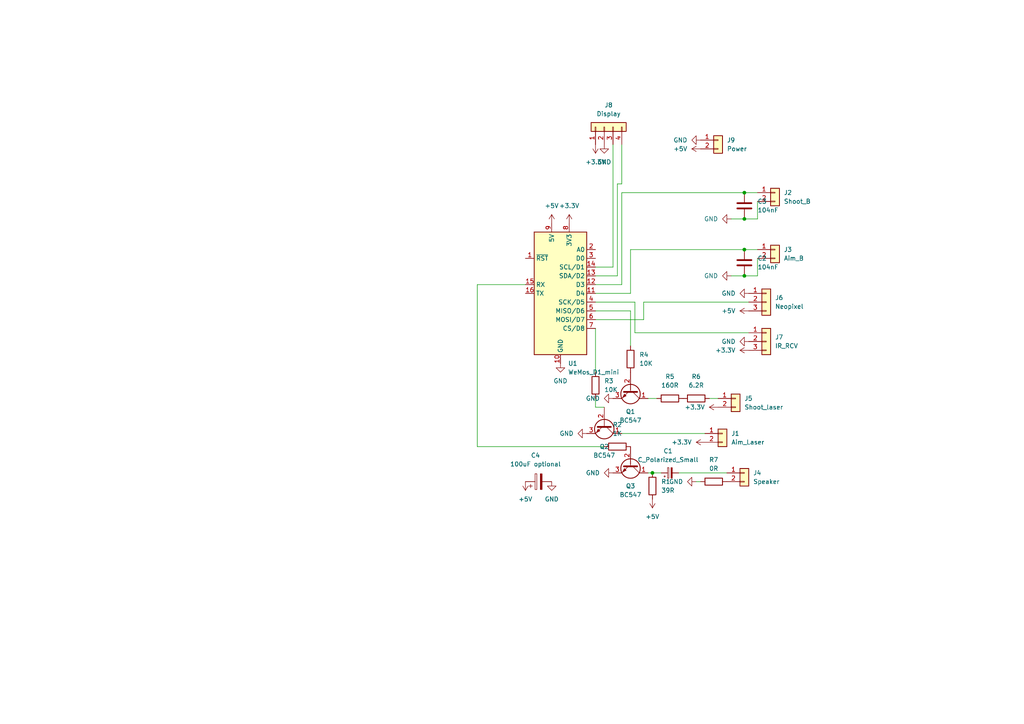
<source format=kicad_sch>
(kicad_sch (version 20230121) (generator eeschema)
  (paper "A4")
  (lib_symbols
    (symbol "Connector_Generic:Conn_01x02" (pin_names (offset 1.016) hide)
      (property "Reference" "J" (at 0 2.54 0))
      (property "Value" "Conn_01x02" (at 0 -5.08 0))
      (symbol "Conn_01x02_1_1"
        (rectangle (start -1.27 -2.413) (end 0 -2.667) (stroke (width 0.1524)))
        (rectangle (start -1.27 0.127) (end 0 -0.127) (stroke (width 0.1524)))
        (rectangle (start -1.27 1.27) (end 1.27 -3.81) (stroke (width 0.254)) (fill (type background)))
        (pin passive line (at -5.08 0 0) (length 3.81) (name "Pin_1") (number "1"))
        (pin passive line (at -5.08 -2.54 0) (length 3.81) (name "Pin_2") (number "2"))
      )
    )
    (symbol "Connector_Generic:Conn_01x03" (pin_names (offset 1.016) hide)
      (property "Reference" "J" (at 0 5.08 0))
      (property "Value" "Conn_01x03" (at 0 -5.08 0))
      (symbol "Conn_01x03_1_1"
        (rectangle (start -1.27 -2.413) (end 0 -2.667) (stroke (width 0.1524)))
        (rectangle (start -1.27 0.127) (end 0 -0.127) (stroke (width 0.1524)))
        (rectangle (start -1.27 2.667) (end 0 2.413) (stroke (width 0.1524)))
        (rectangle (start -1.27 3.81) (end 1.27 -3.81) (stroke (width 0.254)) (fill (type background)))
        (pin passive line (at -5.08 2.54 0) (length 3.81) (name "Pin_1") (number "1"))
        (pin passive line (at -5.08 0 0) (length 3.81) (name "Pin_2") (number "2"))
        (pin passive line (at -5.08 -2.54 0) (length 3.81) (name "Pin_3") (number "3"))
      )
    )
    (symbol "Connector_Generic:Conn_01x04" (pin_names (offset 1.016) hide)
      (property "Reference" "J" (at 0 5.08 0))
      (property "Value" "Conn_01x04" (at 0 -7.62 0))
      (symbol "Conn_01x04_1_1"
        (rectangle (start -1.27 -4.953) (end 0 -5.207) (stroke (width 0.1524)))
        (rectangle (start -1.27 -2.413) (end 0 -2.667) (stroke (width 0.1524)))
        (rectangle (start -1.27 0.127) (end 0 -0.127) (stroke (width 0.1524)))
        (rectangle (start -1.27 2.667) (end 0 2.413) (stroke (width 0.1524)))
        (rectangle (start -1.27 3.81) (end 1.27 -6.35) (stroke (width 0.254)) (fill (type background)))
        (pin passive line (at -5.08 2.54 0) (length 3.81) (name "Pin_1") (number "1"))
        (pin passive line (at -5.08 0 0) (length 3.81) (name "Pin_2") (number "2"))
        (pin passive line (at -5.08 -2.54 0) (length 3.81) (name "Pin_3") (number "3"))
        (pin passive line (at -5.08 -5.08 0) (length 3.81) (name "Pin_4") (number "4"))
      )
    )
    (symbol "Device:C" (pin_numbers hide) (pin_names (offset 0.254))
      (property "Reference" "C" (at 0.635 2.54 0))
      (property "Value" "C" (at 0.635 -2.54 0))
      (symbol "C_0_1"
        (polyline (pts (xy -2.032 -0.762) (xy 2.032 -0.762)) (stroke (width 0.508)))
        (polyline (pts (xy -2.032 0.762) (xy 2.032 0.762)) (stroke (width 0.508)))
      )
      (symbol "C_1_1"
        (pin passive line (at 0 3.81 270) (length 2.794) (name "~") (number "1"))
        (pin passive line (at 0 -3.81 90) (length 2.794) (name "~") (number "2"))
      )
    )
    (symbol "Device:C_Polarized" (pin_numbers hide) (pin_names (offset 0.254))
      (property "Reference" "C" (at 0.635 2.54 0))
      (property "Value" "C_Polarized" (at 0.635 -2.54 0))
      (symbol "C_Polarized_0_1"
        (rectangle (start -2.286 0.508) (end 2.286 1.016))
        (polyline (pts (xy -1.778 2.286) (xy -0.762 2.286)))
        (polyline (pts (xy -1.27 2.794) (xy -1.27 1.778)))
        (rectangle (start 2.286 -0.508) (end -2.286 -1.016) (fill (type outline)))
      )
      (symbol "C_Polarized_1_1"
        (pin passive line (at 0 3.81 270) (length 2.794) (name "~") (number "1"))
        (pin passive line (at 0 -3.81 90) (length 2.794) (name "~") (number "2"))
      )
    )
    (symbol "Device:C_Polarized_Small" (pin_numbers hide) (pin_names (offset 0.254) hide)
      (property "Reference" "C" (at 0.254 1.778 0))
      (property "Value" "C_Polarized_Small" (at 0.254 -2.032 0))
      (symbol "C_Polarized_Small_0_1"
        (rectangle (start -1.524 -0.3048) (end 1.524 -0.6858) (fill (type outline)))
        (rectangle (start -1.524 0.6858) (end 1.524 0.3048))
        (polyline (pts (xy -1.27 1.524) (xy -0.762 1.524)))
        (polyline (pts (xy -1.016 1.27) (xy -1.016 1.778)))
      )
      (symbol "C_Polarized_Small_1_1"
        (pin passive line (at 0 2.54 270) (length 1.8542) (name "~") (number "1"))
        (pin passive line (at 0 -2.54 90) (length 1.8542) (name "~") (number "2"))
      )
    )
    (symbol "Device:R" (pin_numbers hide) (pin_names (offset 0))
      (property "Reference" "R" (at 2.032 0 90))
      (property "Value" "R" (at 0 0 90))
      (symbol "R_0_1"
        (rectangle (start -1.016 -2.54) (end 1.016 2.54) (stroke (width 0.254)))
      )
      (symbol "R_1_1"
        (pin passive line (at 0 3.81 270) (length 1.27) (name "~") (number "1"))
        (pin passive line (at 0 -3.81 90) (length 1.27) (name "~") (number "2"))
      )
    )
    (symbol "MCU_Module:WeMos_D1_mini"
      (property "Reference" "U" (at 3.81 19.05 0))
      (property "Value" "WeMos_D1_mini" (at 1.27 -19.05 0))
      (symbol "WeMos_D1_mini_1_1"
        (rectangle (start -7.62 17.78) (end 7.62 -17.78) (stroke (width 0.254)) (fill (type background)))
        (pin input line (at -10.16 10.16 0) (length 2.54) (name "~{RST}") (number "1"))
        (pin power_in line (at 0 -20.32 90) (length 2.54) (name "GND") (number "10"))
        (pin bidirectional line (at 10.16 0 180) (length 2.54) (name "D4") (number "11"))
        (pin bidirectional line (at 10.16 2.54 180) (length 2.54) (name "D3") (number "12"))
        (pin bidirectional line (at 10.16 5.08 180) (length 2.54) (name "SDA/D2") (number "13"))
        (pin bidirectional line (at 10.16 7.62 180) (length 2.54) (name "SCL/D1") (number "14"))
        (pin input line (at -10.16 2.54 0) (length 2.54) (name "RX") (number "15"))
        (pin output line (at -10.16 0 0) (length 2.54) (name "TX") (number "16"))
        (pin input line (at 10.16 12.7 180) (length 2.54) (name "A0") (number "2"))
        (pin bidirectional line (at 10.16 10.16 180) (length 2.54) (name "D0") (number "3"))
        (pin bidirectional line (at 10.16 -2.54 180) (length 2.54) (name "SCK/D5") (number "4"))
        (pin bidirectional line (at 10.16 -5.08 180) (length 2.54) (name "MISO/D6") (number "5"))
        (pin bidirectional line (at 10.16 -7.62 180) (length 2.54) (name "MOSI/D7") (number "6"))
        (pin bidirectional line (at 10.16 -10.16 180) (length 2.54) (name "CS/D8") (number "7"))
        (pin power_out line (at 2.54 20.32 270) (length 2.54) (name "3V3") (number "8"))
        (pin power_in line (at -2.54 20.32 270) (length 2.54) (name "5V") (number "9"))
      )
    )
    (symbol "Transistor_BJT:BC547" (pin_names (offset 0) hide)
      (property "Reference" "Q" (at 5.08 1.905 0))
      (property "Value" "BC547" (at 5.08 0 0))
      (symbol "BC547_0_1"
        (polyline (pts (xy 0 0) (xy 0.635 0)))
        (polyline (pts (xy 0.635 0.635) (xy 2.54 2.54)))
        (polyline (pts (xy 0.635 -0.635) (xy 2.54 -2.54) (xy 2.54 -2.54)))
        (polyline (pts (xy 0.635 1.905) (xy 0.635 -1.905) (xy 0.635 -1.905)) (stroke (width 0.508)))
        (polyline (pts (xy 1.27 -1.778) (xy 1.778 -1.27) (xy 2.286 -2.286) (xy 1.27 -1.778) (xy 1.27 -1.778)) (fill (type outline)))
        (circle (center 1.27 0) (radius 2.8194) (stroke (width 0.254)))
      )
      (symbol "BC547_1_1"
        (pin passive line (at 2.54 5.08 270) (length 2.54) (name "C") (number "1"))
        (pin input line (at -5.08 0 0) (length 5.08) (name "B") (number "2"))
        (pin passive line (at 2.54 -5.08 90) (length 2.54) (name "E") (number "3"))
      )
    )
    (symbol "power:+3.3V" (power) (pin_names (offset 0))
      (property "Value" "+3.3V" (at 0 3.556 0))
      (symbol "+3.3V_0_1"
        (polyline (pts (xy -0.762 1.27) (xy 0 2.54)))
        (polyline (pts (xy 0 0) (xy 0 2.54)))
        (polyline (pts (xy 0 2.54) (xy 0.762 1.27)))
      )
      (symbol "+3.3V_1_1"
        (pin power_in line (at 0 0 90) (length 0) hide (name "+3.3V") (number "1"))
      )
    )
    (symbol "power:+5V" (power) (pin_names (offset 0))
      (property "Value" "+5V" (at 0 3.556 0))
      (symbol "+5V_0_1"
        (polyline (pts (xy -0.762 1.27) (xy 0 2.54)))
        (polyline (pts (xy 0 0) (xy 0 2.54)))
        (polyline (pts (xy 0 2.54) (xy 0.762 1.27)))
      )
      (symbol "+5V_1_1"
        (pin power_in line (at 0 0 90) (length 0) hide (name "+5V") (number "1"))
      )
    )
    (symbol "power:GND" (power) (pin_names (offset 0))
      (property "Value" "GND" (at 0 -3.81 0))
      (symbol "GND_0_1"
        (polyline (pts (xy 0 0) (xy 0 -1.27) (xy 1.27 -1.27) (xy 0 -2.54) (xy -1.27 -1.27) (xy 0 -1.27)))
      )
      (symbol "GND_1_1"
        (pin power_in line (at 0 0 270) (length 0) hide (name "GND") (number "1"))
      )
    )
  )
  (junction (at 215.9 55.88))
  (junction (at 215.9 80.01))
  (junction (at 189.23 137.16))
  (junction (at 215.9 63.5))
  (junction (at 215.9 72.39))
  (wire (pts (xy 187.96 137.16) (xy 189.23 137.16)))
  (wire (pts (xy 187.96 115.57) (xy 190.5 115.57)))
  (wire (pts (xy 212.09 80.01) (xy 215.9 80.01)))
  (wire (pts (xy 177.8 41.91) (xy 177.8 77.47)))
  (wire (pts (xy 215.9 63.5) (xy 219.71 63.5)))
  (wire (pts (xy 182.88 72.39) (xy 215.9 72.39)))
  (wire (pts (xy 215.9 55.88) (xy 180.34 55.88)))
  (wire (pts (xy 201.93 139.7) (xy 203.2 139.7)))
  (wire (pts (xy 219.71 58.42) (xy 219.71 63.5)))
  (wire (pts (xy 196.85 137.16) (xy 210.82 137.16)))
  (wire (pts (xy 184.15 96.52) (xy 217.17 96.52)))
  (wire (pts (xy 172.72 115.57) (xy 172.72 118.11)))
  (wire (pts (xy 217.17 87.63) (xy 186.69 87.63)))
  (wire (pts (xy 179.07 53.34) (xy 179.07 80.01)))
  (wire (pts (xy 184.15 96.52) (xy 184.15 87.63)))
  (wire (pts (xy 186.69 92.71) (xy 172.72 92.71)))
  (wire (pts (xy 219.71 74.93) (xy 219.71 80.01)))
  (wire (pts (xy 215.9 80.01) (xy 219.71 80.01)))
  (wire (pts (xy 177.8 77.47) (xy 172.72 77.47)))
  (wire (pts (xy 172.72 82.55) (xy 180.34 82.55)))
  (wire (pts (xy 186.69 87.63) (xy 186.69 92.71)))
  (wire (pts (xy 172.72 118.11) (xy 175.26 118.11)))
  (wire (pts (xy 215.9 55.88) (xy 219.71 55.88)))
  (wire (pts (xy 180.34 55.88) (xy 180.34 82.55)))
  (wire (pts (xy 184.15 87.63) (xy 172.72 87.63)))
  (wire (pts (xy 180.34 41.91) (xy 180.34 53.34)))
  (wire (pts (xy 182.88 90.17) (xy 182.88 100.33)))
  (wire (pts (xy 172.72 85.09) (xy 182.88 85.09)))
  (wire (pts (xy 215.9 72.39) (xy 219.71 72.39)))
  (wire (pts (xy 138.43 129.54) (xy 175.26 129.54)))
  (wire (pts (xy 212.09 63.5) (xy 215.9 63.5)))
  (wire (pts (xy 138.43 129.54) (xy 138.43 82.55)))
  (wire (pts (xy 205.74 115.57) (xy 208.28 115.57)))
  (wire (pts (xy 180.34 125.73) (xy 204.47 125.73)))
  (wire (pts (xy 189.23 137.16) (xy 191.77 137.16)))
  (wire (pts (xy 138.43 82.55) (xy 152.4 82.55)))
  (wire (pts (xy 182.88 85.09) (xy 182.88 72.39)))
  (wire (pts (xy 179.07 80.01) (xy 172.72 80.01)))
  (wire (pts (xy 172.72 95.25) (xy 172.72 107.95)))
  (wire (pts (xy 182.88 90.17) (xy 172.72 90.17)))
  (wire (pts (xy 180.34 53.34) (xy 179.07 53.34)))
  (symbol (lib_id "Connector_Generic:Conn_01x02") (at 209.55 125.73 0) (unit 1)
    (property "Reference" "J1" (at 212.09 125.73 0) (effects (justify left)))
    (property "Value" "Aim_Laser" (at 212.09 128.27 0) (effects (justify left)))
    (property "Footprint" "Connector_PinHeader_2.54mm:PinHeader_1x02_P2.54mm_Vertical" (effects hide))
  )
  (symbol (lib_id "Transistor_BJT:BC547") (at 182.88 134.62 270) (unit 1)
    (property "Reference" "Q3" (at 182.88 140.97 90))
    (property "Value" "BC547" (at 182.88 143.51 90))
    (property "Footprint" "Package_TO_SOT_THT:TO-92_Inline" (effects hide))
    (property "Datasheet" "https://www.onsemi.com/pub/Collateral/BC550-D.pdf" (effects hide))
  )
  (symbol (lib_id "power:+5V") (at 189.23 144.78 180) (unit 1)
    (property "Reference" "#PWR012" (effects hide))
    (property "Value" "+5V" (at 189.23 149.86 0))
  )
  (symbol (lib_id "Device:C") (at 215.9 76.2 180) (unit 1)
    (property "Reference" "C2" (at 219.71 74.93 0) (effects (justify right)))
    (property "Value" "104nF" (at 219.71 77.47 0) (effects (justify right)))
    (property "Footprint" "Capacitor_THT:C_Disc_D5.0mm_W2.5mm_P2.50mm" (effects hide))
  )
  (symbol (lib_id "Device:R") (at 172.72 111.76 180) (unit 1)
    (property "Reference" "R3" (at 175.26 110.49 0) (effects (justify right)))
    (property "Value" "10K" (at 175.26 113.03 0) (effects (justify right)))
    (property "Footprint" "Resistor_THT:R_Axial_DIN0204_L3.6mm_D1.6mm_P7.62mm_Horizontal" (effects hide))
  )
  (symbol (lib_id "Connector_Generic:Conn_01x02") (at 213.36 115.57 0) (unit 1)
    (property "Reference" "J5" (at 215.9 115.57 0) (effects (justify left)))
    (property "Value" "Shoot_laser" (at 215.9 118.11 0) (effects (justify left)))
    (property "Footprint" "Connector_PinHeader_2.54mm:PinHeader_1x02_P2.54mm_Vertical" (effects hide))
  )
  (symbol (lib_id "power:GND") (at 177.8 115.57 270) (unit 1)
    (property "Reference" "#PWR09" (effects hide))
    (property "Value" "GND" (at 173.99 115.57 90) (effects (justify right)))
  )
  (symbol (lib_id "power:GND") (at 170.18 125.73 270) (unit 1)
    (property "Reference" "#PWR010" (effects hide))
    (property "Value" "GND" (at 166.37 125.73 90) (effects (justify right)))
  )
  (symbol (lib_id "Device:C") (at 215.9 59.69 180) (unit 1)
    (property "Reference" "C3" (at 219.71 58.42 0) (effects (justify right)))
    (property "Value" "104nF" (at 219.71 60.96 0) (effects (justify right)))
    (property "Footprint" "Capacitor_THT:C_Disc_D5.0mm_W2.5mm_P2.50mm" (effects hide))
  )
  (symbol (lib_id "Device:R") (at 201.93 115.57 90) (unit 1)
    (property "Reference" "R6" (at 201.93 109.22 90))
    (property "Value" "6.2R" (at 201.93 111.76 90))
    (property "Footprint" "Resistor_THT:R_Axial_DIN0204_L3.6mm_D1.6mm_P7.62mm_Horizontal" (effects hide))
  )
  (symbol (lib_id "power:+3.3V") (at 204.47 128.27 90) (unit 1)
    (property "Reference" "#PWR07" (effects hide))
    (property "Value" "+3.3V" (at 200.66 128.27 90) (effects (justify left)))
  )
  (symbol (lib_id "power:+5V") (at 152.4 139.7 180) (unit 1)
    (property "Reference" "#PWR021" (effects hide))
    (property "Value" "+5V" (at 152.4 144.78 0))
  )
  (symbol (lib_id "power:+5V") (at 203.2 43.18 90) (unit 1)
    (property "Reference" "#PWR020" (effects hide))
    (property "Value" "+5V" (at 199.39 43.18 90) (effects (justify left)))
  )
  (symbol (lib_id "power:GND") (at 217.17 99.06 270) (unit 1)
    (property "Reference" "#PWR015" (effects hide))
    (property "Value" "GND" (at 213.36 99.06 90) (effects (justify right)))
  )
  (symbol (lib_id "power:GND") (at 212.09 80.01 270) (unit 1)
    (property "Reference" "#PWR05" (effects hide))
    (property "Value" "GND" (at 208.28 80.01 90) (effects (justify right)))
  )
  (symbol (lib_id "Device:R") (at 207.01 139.7 90) (unit 1)
    (property "Reference" "R7" (at 207.01 133.35 90))
    (property "Value" "0R" (at 207.01 135.89 90))
    (property "Footprint" "Resistor_THT:R_Axial_DIN0204_L3.6mm_D1.6mm_P7.62mm_Horizontal" (effects hide))
  )
  (symbol (lib_id "Device:R") (at 179.07 129.54 90) (unit 1)
    (property "Reference" "R2" (at 179.07 123.19 90))
    (property "Value" "1K" (at 179.07 125.73 90))
    (property "Footprint" "Resistor_THT:R_Axial_DIN0204_L3.6mm_D1.6mm_P7.62mm_Horizontal" (effects hide))
  )
  (symbol (lib_id "power:+3.3V") (at 208.28 118.11 90) (unit 1)
    (property "Reference" "#PWR06" (effects hide))
    (property "Value" "+3.3V" (at 204.47 118.11 90) (effects (justify left)))
  )
  (symbol (lib_id "Connector_Generic:Conn_01x03") (at 222.25 87.63 0) (unit 1)
    (property "Reference" "J6" (at 224.79 86.36 0) (effects (justify left)))
    (property "Value" "Neopixel" (at 224.79 88.9 0) (effects (justify left)))
    (property "Footprint" "Connector_PinHeader_2.54mm:PinHeader_1x03_P2.54mm_Vertical" (effects hide))
  )
  (symbol (lib_id "power:+3.3V") (at 165.1 64.77 0) (unit 1)
    (property "Reference" "#PWR02" (effects hide))
    (property "Value" "+3.3V" (at 165.1 59.69 0))
  )
  (symbol (lib_id "Device:C_Polarized") (at 156.21 139.7 90) (unit 1)
    (property "Reference" "C4" (at 155.321 132.08 90))
    (property "Value" "100uF optional" (at 155.321 134.62 90))
    (property "Footprint" "Capacitor_THT:CP_Radial_D6.3mm_P2.50mm" (effects hide))
  )
  (symbol (lib_id "power:GND") (at 175.26 41.91 0) (unit 1)
    (property "Reference" "#PWR018" (effects hide))
    (property "Value" "GND" (at 175.26 46.99 0))
  )
  (symbol (lib_id "Device:R") (at 189.23 140.97 0) (unit 1)
    (property "Reference" "R1" (at 191.77 139.7 0) (effects (justify left)))
    (property "Value" "39R" (at 191.77 142.24 0) (effects (justify left)))
    (property "Footprint" "Resistor_THT:R_Axial_DIN0204_L3.6mm_D1.6mm_P7.62mm_Horizontal" (effects hide))
  )
  (symbol (lib_id "Device:R") (at 194.31 115.57 90) (unit 1)
    (property "Reference" "R5" (at 194.31 109.22 90))
    (property "Value" "160R" (at 194.31 111.76 90))
    (property "Footprint" "Resistor_THT:R_Axial_DIN0204_L3.6mm_D1.6mm_P7.62mm_Horizontal" (effects hide))
  )
  (symbol (lib_id "Connector_Generic:Conn_01x04") (at 175.26 36.83 90) (unit 1)
    (property "Reference" "J8" (at 176.53 30.48 90))
    (property "Value" "Display" (at 176.53 33.02 90))
    (property "Footprint" "Connector_PinHeader_2.54mm:PinHeader_1x04_P2.54mm_Vertical" (effects hide))
  )
  (symbol (lib_id "Device:C_Polarized_Small") (at 194.31 137.16 90) (unit 1)
    (property "Reference" "C1" (at 193.7639 130.81 90))
    (property "Value" "C_Polarized_Small" (at 193.7639 133.35 90))
    (property "Footprint" "Capacitor_THT:CP_Radial_D4.0mm_P2.00mm" (effects hide))
  )
  (symbol (lib_id "power:+3.3V") (at 217.17 101.6 90) (unit 1)
    (property "Reference" "#PWR016" (effects hide))
    (property "Value" "+3.3V" (at 213.36 101.6 90) (effects (justify left)))
  )
  (symbol (lib_id "power:+5V") (at 160.02 64.77 0) (unit 1)
    (property "Reference" "#PWR03" (effects hide))
    (property "Value" "+5V" (at 160.02 59.69 0))
  )
  (symbol (lib_id "Transistor_BJT:BC547") (at 175.26 123.19 270) (unit 1)
    (property "Reference" "Q2" (at 175.26 129.54 90))
    (property "Value" "BC547" (at 175.26 132.08 90))
    (property "Footprint" "Package_TO_SOT_THT:TO-92_Inline" (effects hide))
    (property "Datasheet" "https://www.onsemi.com/pub/Collateral/BC550-D.pdf" (effects hide))
  )
  (symbol (lib_id "Connector_Generic:Conn_01x02") (at 224.79 72.39 0) (unit 1)
    (property "Reference" "J3" (at 227.33 72.39 0) (effects (justify left)))
    (property "Value" "Aim_B" (at 227.33 74.93 0) (effects (justify left)))
    (property "Footprint" "Connector_PinHeader_2.54mm:PinHeader_1x02_P2.54mm_Vertical" (effects hide))
  )
  (symbol (lib_id "Connector_Generic:Conn_01x02") (at 224.79 55.88 0) (unit 1)
    (property "Reference" "J2" (at 227.33 55.88 0) (effects (justify left)))
    (property "Value" "Shoot_B" (at 227.33 58.42 0) (effects (justify left)))
    (property "Footprint" "Connector_PinHeader_2.54mm:PinHeader_1x02_P2.54mm_Vertical" (effects hide))
  )
  (symbol (lib_id "MCU_Module:WeMos_D1_mini") (at 162.56 85.09 0) (unit 1)
    (property "Reference" "U1" (at 164.7541 105.41 0) (effects (justify left)))
    (property "Value" "WeMos_D1_mini" (at 164.7541 107.95 0) (effects (justify left)))
    (property "Footprint" "Module:WEMOS_D1_mini_light" (effects hide))
    (property "Datasheet" "https://wiki.wemos.cc/products:d1:d1_mini#documentation" (effects hide))
  )
  (symbol (lib_id "Transistor_BJT:BC547") (at 182.88 113.03 270) (unit 1)
    (property "Reference" "Q1" (at 182.88 119.38 90))
    (property "Value" "BC547" (at 182.88 121.92 90))
    (property "Footprint" "Package_TO_SOT_THT:TO-92_Inline" (effects hide))
    (property "Datasheet" "https://www.onsemi.com/pub/Collateral/BC550-D.pdf" (effects hide))
  )
  (symbol (lib_id "Connector_Generic:Conn_01x03") (at 222.25 99.06 0) (unit 1)
    (property "Reference" "J7" (at 224.79 97.79 0) (effects (justify left)))
    (property "Value" "IR_RCV" (at 224.79 100.33 0) (effects (justify left)))
    (property "Footprint" "Connector_PinHeader_2.54mm:PinHeader_1x03_P2.54mm_Vertical" (effects hide))
  )
  (symbol (lib_id "power:+3.3V") (at 172.72 41.91 180) (unit 1)
    (property "Reference" "#PWR017" (effects hide))
    (property "Value" "+3.3V" (at 172.72 46.99 0))
  )
  (symbol (lib_id "power:GND") (at 162.56 105.41 0) (unit 1)
    (property "Reference" "#PWR01" (effects hide))
    (property "Value" "GND" (at 162.56 110.49 0))
  )
  (symbol (lib_id "power:GND") (at 203.2 40.64 270) (unit 1)
    (property "Reference" "#PWR019" (effects hide))
    (property "Value" "GND" (at 199.39 40.64 90) (effects (justify right)))
  )
  (symbol (lib_id "power:GND") (at 177.8 137.16 270) (unit 1)
    (property "Reference" "#PWR011" (effects hide))
    (property "Value" "GND" (at 173.99 137.16 90) (effects (justify right)))
  )
  (symbol (lib_id "power:GND") (at 212.09 63.5 270) (unit 1)
    (property "Reference" "#PWR04" (effects hide))
    (property "Value" "GND" (at 208.28 63.5 90) (effects (justify right)))
  )
  (symbol (lib_id "power:GND") (at 160.02 139.7 0) (unit 1)
    (property "Reference" "#PWR022" (effects hide))
    (property "Value" "GND" (at 160.02 144.78 0))
  )
  (symbol (lib_id "Device:R") (at 182.88 104.14 180) (unit 1)
    (property "Reference" "R4" (at 185.42 102.87 0) (effects (justify right)))
    (property "Value" "10K" (at 185.42 105.41 0) (effects (justify right)))
    (property "Footprint" "Resistor_THT:R_Axial_DIN0204_L3.6mm_D1.6mm_P7.62mm_Horizontal" (effects hide))
  )
  (symbol (lib_id "power:GND") (at 201.93 139.7 270) (unit 1)
    (property "Reference" "#PWR08" (effects hide))
    (property "Value" "GND" (at 198.12 139.7 90) (effects (justify right)))
  )
  (symbol (lib_id "Connector_Generic:Conn_01x02") (at 208.28 40.64 0) (unit 1)
    (property "Reference" "J9" (at 210.82 40.64 0) (effects (justify left)))
    (property "Value" "Power" (at 210.82 43.18 0) (effects (justify left)))
    (property "Footprint" "Connector_PinHeader_2.54mm:PinHeader_1x02_P2.54mm_Vertical" (effects hide))
  )
  (symbol (lib_id "Connector_Generic:Conn_01x02") (at 215.9 137.16 0) (unit 1)
    (property "Reference" "J4" (at 218.44 137.16 0) (effects (justify left)))
    (property "Value" "Speaker" (at 218.44 139.7 0) (effects (justify left)))
    (property "Footprint" "Connector_PinHeader_2.54mm:PinHeader_1x02_P2.54mm_Vertical" (effects hide))
  )
  (symbol (lib_id "power:GND") (at 217.17 85.09 270) (unit 1)
    (property "Reference" "#PWR013" (effects hide))
    (property "Value" "GND" (at 213.36 85.09 90) (effects (justify right)))
  )
  (symbol (lib_id "power:+5V") (at 217.17 90.17 90) (unit 1)
    (property "Reference" "#PWR014" (effects hide))
    (property "Value" "+5V" (at 213.36 90.17 90) (effects (justify left)))
  )
)
</source>
